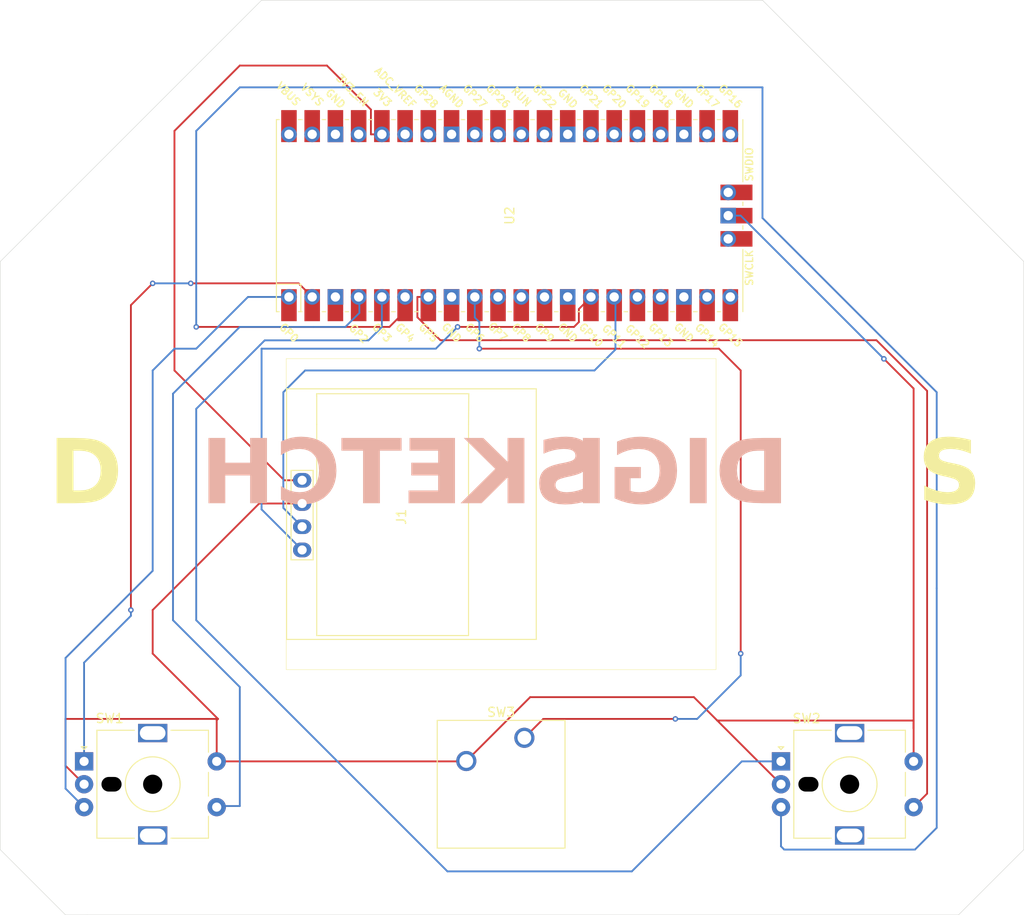
<source format=kicad_pcb>
(kicad_pcb (version 20241229) (generator "pcbnew") (generator_version "9.0")
  (layers (0 "F.Cu" signal) (2 "B.Cu" signal) (13 "F.Paste" user) (15 "B.Paste" user) (5 "F.SilkS" user "F.Silkscreen") (7 "B.SilkS" user "B.Silkscreen") (1 "F.Mask" user) (3 "B.Mask" user) (25 "Edge.Cuts" user))
  (net 0 "")
  (net 1 "Net-(J1-Pin_3)")
  (net 2 "Net-(U2-GPIO1)")
  (net 3 "Net-(U2-GPIO2)")
  (net 4 "Net-(U2-GPIO0)")
  (net 5 "Net-(U2-GPIO3)")
  (net 6 "Net-(U2-GPIO5)")
  (net 7 "Net-(U2-GPIO4)")
  (net 8 "Net-(U2-GPIO6)")
  (net 9 "Net-(J1-Pin_1)")
  (net 10 "Net-(J1-Pin_4)")
  (net 11 "Net-(J1-Pin_2)")
  (footprint "Button_Switch_Keyboard:SW_Cherry_MX_1.00u_PCB" (layer "F.Cu") (at 193.04 104.4575)
    (property "Reference" "SW3" (at -2.54 -2.794 0) (layer "F.SilkS"))
    (property "Value" "SW_Push")
    (fp_line (start -9.525 -1.905) (end 4.445 -1.905) (stroke (width 0.12)) (layer "F.SilkS"))
    (fp_line (start -9.525 12.065) (end -9.525 -1.905) (stroke (width 0.12)) (layer "F.SilkS"))
    (fp_line (start 4.445 -1.905) (end 4.445 12.065) (stroke (width 0.12)) (layer "F.SilkS"))
    (fp_line (start 4.445 12.065) (end -9.525 12.065) (stroke (width 0.12)) (layer "F.SilkS"))
    (pad "" np_thru_hole circle (at -7.62 5.08) (size 1.7 1.7) (drill 1.7) (layers "*.Cu" "*.Mask"))
    (pad "" np_thru_hole circle (at -2.54 5.08) (size 4 4) (drill 4) (layers "*.Cu" "*.Mask"))
    (pad "" np_thru_hole circle (at 2.54 5.08) (size 1.7 1.7) (drill 1.7) (layers "*.Cu" "*.Mask"))
    (pad "1" thru_hole circle (at 0 0) (size 2.2 2.2) (drill 1.5) (layers "*.Cu" "*.Mask") (net 8 "Net-(U2-GPIO6)"))
    (pad "2" thru_hole circle (at -6.35 2.54) (size 2.2 2.2) (drill 1.5) (layers "*.Cu" "*.Mask") (net 1 "Net-(J1-Pin_3)"))
  )
  (footprint "Rotary_Encoder:RotaryEncoder_Alps_EC11E-Switch_Vertical_H20mm_MountingHoles" (layer "F.Cu") (at 144.9 107.0375)
    (property "Reference" "SW1" (at 2.8 -4.7 0) (layer "F.SilkS"))
    (property "Value" "RotaryEncoder_Switch")
    (fp_line (start -0.3 -1.6) (end 0.3 -1.6) (stroke (width 0.12)) (layer "F.SilkS"))
    (fp_line (start 0 -1.3) (end -0.3 -1.6) (stroke (width 0.12)) (layer "F.SilkS"))
    (fp_line (start 0.3 -1.6) (end 0 -1.3) (stroke (width 0.12)) (layer "F.SilkS"))
    (fp_line (start 1.4 -3.4) (end 1.4 8.4) (stroke (width 0.12)) (layer "F.SilkS"))
    (fp_line (start 5.5 -3.4) (end 1.4 -3.4) (stroke (width 0.12)) (layer "F.SilkS"))
    (fp_line (start 5.5 8.4) (end 1.4 8.4) (stroke (width 0.12)) (layer "F.SilkS"))
    (fp_line (start 9.5 -3.4) (end 13.6 -3.4) (stroke (width 0.12)) (layer "F.SilkS"))
    (fp_line (start 13.6 -3.4) (end 13.6 -1) (stroke (width 0.12)) (layer "F.SilkS"))
    (fp_line (start 13.6 1.2) (end 13.6 3.8) (stroke (width 0.12)) (layer "F.SilkS"))
    (fp_line (start 13.6 6) (end 13.6 8.4) (stroke (width 0.12)) (layer "F.SilkS"))
    (fp_line (start 13.6 8.4) (end 9.5 8.4) (stroke (width 0.12)) (layer "F.SilkS"))
    (fp_circle (center 7.5 2.5) (end 10.5 2.5) (stroke (width 0.12)) (fill no) (layer "F.SilkS"))
    (pad "" np_thru_hole oval (at 3 2.5) (size 2.2 1.6) (drill oval 2.2 1.6) (layers "*.Mask"))
    (pad "" np_thru_hole circle (at 7.5 2.5) (size 2.1 2.1) (drill 2.1) (layers "*.Mask"))
    (pad "A" thru_hole rect (at 0 0) (size 2 2) (drill 1) (layers "*.Cu" "*.Mask") (net 2 "Net-(U2-GPIO1)"))
    (pad "B" thru_hole circle (at 0 5) (size 2 2) (drill 1) (layers "*.Cu" "*.Mask") (net 4 "Net-(U2-GPIO0)"))
    (pad "C" thru_hole circle (at 0 2.5) (size 2 2) (drill 1) (layers "*.Cu" "*.Mask") (net 1 "Net-(J1-Pin_3)"))
    (pad "MP" thru_hole rect (at 7.5 -3.1) (size 3.2 2) (drill oval 2.8 1.5) (layers "*.Cu" "*.Mask"))
    (pad "MP" thru_hole rect (at 7.5 8.1) (size 3.2 2) (drill oval 2.8 1.5) (layers "*.Cu" "*.Mask"))
    (pad "S1" thru_hole circle (at 14.5 5) (size 2 2) (drill 1) (layers "*.Cu" "*.Mask") (net 3 "Net-(U2-GPIO2)"))
    (pad "S2" thru_hole circle (at 14.5 0) (size 2 2) (drill 1) (layers "*.Cu" "*.Mask") (net 1 "Net-(J1-Pin_3)"))
  )
  (footprint "MCU_RaspberryPi_and_Boards:RPi_Pico_SMD_TH" (layer "F.Cu") (at 191.43 47.366 90)
    (property "Reference" "U2" (at 0 0 90) (layer "F.SilkS"))
    (property "Value" "Pico")
    (fp_line (start 10.5 -25.5) (end 10.5 -25.2) (stroke (width 0.12)) (layer "F.SilkS"))
    (fp_line (start -10.5 -25.5) (end 10.5 -25.5) (stroke (width 0.12)) (layer "F.SilkS"))
    (fp_line (start -10.5 -25.5) (end -10.5 -25.2) (stroke (width 0.12)) (layer "F.SilkS"))
    (fp_line (start 10.5 -23.1) (end 10.5 -22.7) (stroke (width 0.12)) (layer "F.SilkS"))
    (fp_line (start -10.5 -23.1) (end -10.5 -22.7) (stroke (width 0.12)) (layer "F.SilkS"))
    (fp_line (start -7.493 -22.833) (end -7.493 -25.5) (stroke (width 0.12)) (layer "F.SilkS"))
    (fp_line (start -10.5 -22.833) (end -7.493 -22.833) (stroke (width 0.12)) (layer "F.SilkS"))
    (fp_line (start 10.5 -20.5) (end 10.5 -20.1) (stroke (width 0.12)) (layer "F.SilkS"))
    (fp_line (start -10.5 -20.5) (end -10.5 -20.1) (stroke (width 0.12)) (layer "F.SilkS"))
    (fp_line (start 10.5 -18) (end 10.5 -17.6) (stroke (width 0.12)) (layer "F.SilkS"))
    (fp_line (start -10.5 -18) (end -10.5 -17.6) (stroke (width 0.12)) (layer "F.SilkS"))
    (fp_line (start 10.5 -15.4) (end 10.5 -15) (stroke (width 0.12)) (layer "F.SilkS"))
    (fp_line (start -10.5 -15.4) (end -10.5 -15) (stroke (width 0.12)) (layer "F.SilkS"))
    (fp_line (start 10.5 -12.9) (end 10.5 -12.5) (stroke (width 0.12)) (layer "F.SilkS"))
    (fp_line (start -10.5 -12.9) (end -10.5 -12.5) (stroke (width 0.12)) (layer "F.SilkS"))
    (fp_line (start 10.5 -10.4) (end 10.5 -10) (stroke (width 0.12)) (layer "F.SilkS"))
    (fp_line (start -10.5 -10.4) (end -10.5 -10) (stroke (width 0.12)) (layer "F.SilkS"))
    (fp_line (start 10.5 -7.8) (end 10.5 -7.4) (stroke (width 0.12)) (layer "F.SilkS"))
    (fp_line (start -10.5 -7.8) (end -10.5 -7.4) (stroke (width 0.12)) (layer "F.SilkS"))
    (fp_line (start 10.5 -5.3) (end 10.5 -4.9) (stroke (width 0.12)) (layer "F.SilkS"))
    (fp_line (start -10.5 -5.3) (end -10.5 -4.9) (stroke (width 0.12)) (layer "F.SilkS"))
    (fp_line (start 10.5 -2.7) (end 10.5 -2.3) (stroke (width 0.12)) (layer "F.SilkS"))
    (fp_line (start -10.5 -2.7) (end -10.5 -2.3) (stroke (width 0.12)) (layer "F.SilkS"))
    (fp_line (start 10.5 -0.2) (end 10.5 0.2) (stroke (width 0.12)) (layer "F.SilkS"))
    (fp_line (start -10.5 -0.2) (end -10.5 0.2) (stroke (width 0.12)) (layer "F.SilkS"))
    (fp_line (start 10.5 2.3) (end 10.5 2.7) (stroke (width 0.12)) (layer "F.SilkS"))
    (fp_line (start -10.5 2.3) (end -10.5 2.7) (stroke (width 0.12)) (layer "F.SilkS"))
    (fp_line (start 10.5 4.9) (end 10.5 5.3) (stroke (width 0.12)) (layer "F.SilkS"))
    (fp_line (start -10.5 4.9) (end -10.5 5.3) (stroke (width 0.12)) (layer "F.SilkS"))
    (fp_line (start 10.5 7.4) (end 10.5 7.8) (stroke (width 0.12)) (layer "F.SilkS"))
    (fp_line (start -10.5 7.4) (end -10.5 7.8) (stroke (width 0.12)) (layer "F.SilkS"))
    (fp_line (start 10.5 10) (end 10.5 10.4) (stroke (width 0.12)) (layer "F.SilkS"))
    (fp_line (start -10.5 10) (end -10.5 10.4) (stroke (width 0.12)) (layer "F.SilkS"))
    (fp_line (start 10.5 12.5) (end 10.5 12.9) (stroke (width 0.12)) (layer "F.SilkS"))
    (fp_line (start -10.5 12.5) (end -10.5 12.9) (stroke (width 0.12)) (layer "F.SilkS"))
    (fp_line (start 10.5 15.1) (end 10.5 15.5) (stroke (width 0.12)) (layer "F.SilkS"))
    (fp_line (start -10.5 15.1) (end -10.5 15.5) (stroke (width 0.12)) (layer "F.SilkS"))
    (fp_line (start 10.5 17.6) (end 10.5 18) (stroke (width 0.12)) (layer "F.SilkS"))
    (fp_line (start -10.5 17.6) (end -10.5 18) (stroke (width 0.12)) (layer "F.SilkS"))
    (fp_line (start 10.5 20.1) (end 10.5 20.5) (stroke (width 0.12)) (layer "F.SilkS"))
    (fp_line (start -10.5 20.1) (end -10.5 20.5) (stroke (width 0.12)) (layer "F.SilkS"))
    (fp_line (start 10.5 22.7) (end 10.5 23.1) (stroke (width 0.12)) (layer "F.SilkS"))
    (fp_line (start -10.5 22.7) (end -10.5 23.1) (stroke (width 0.12)) (layer "F.SilkS"))
    (fp_line (start 10.5 25.5) (end 3.7 25.5) (stroke (width 0.12)) (layer "F.SilkS"))
    (fp_line (start 1.1 25.5) (end 1.5 25.5) (stroke (width 0.12)) (layer "F.SilkS"))
    (fp_line (start -1.5 25.5) (end -1.1 25.5) (stroke (width 0.12)) (layer "F.SilkS"))
    (fp_line (start -3.7 25.5) (end -10.5 25.5) (stroke (width 0.12)) (layer "F.SilkS"))
    (fp_text user "GP14" (at -13.1 21.59 135) (layer "F.SilkS") (effects (font (size 0.8 0.8))))
    (fp_text user "3V3" (at 12.9 -13.9 135) (layer "F.SilkS") (effects (font (size 0.8 0.8))))
    (fp_text user "GP0" (at -12.8 -24.13 135) (layer "F.SilkS") (effects (font (size 0.8 0.8))))
    (fp_text user "GP21" (at 13.054 8.9 135) (layer "F.SilkS") (effects (font (size 0.8 0.8))))
    (fp_text user "GP12" (at -13.2 13.97 135) (layer "F.SilkS") (effects (font (size 0.8 0.8))))
    (fp_text user "GP3" (at -12.8 -13.97 135) (layer "F.SilkS") (effects (font (size 0.8 0.8))))
    (fp_text user "VSYS" (at 13.2 -21.59 135) (layer "F.SilkS") (effects (font (size 0.8 0.8))))
    (fp_text user "ADC_VREF" (at 14 -12.5 135) (layer "F.SilkS") (effects (font (size 0.8 0.8))))
    (fp_text user "GP2" (at -12.9 -16.51 135) (layer "F.SilkS") (effects (font (size 0.8 0.8))))
    (fp_text user "GND" (at 12.8 -19.05 135) (layer "F.SilkS") (effects (font (size 0.8 0.8))))
    (fp_text user "SWDIO" (at 5.6 26.2 90) (layer "F.SilkS") (effects (font (size 0.8 0.8))))
    (fp_text user "GP22" (at 13.054 3.81 135) (layer "F.SilkS") (effects (font (size 0.8 0.8))))
    (fp_text user "GP26" (at 13.054 -1.27 135) (layer "F.SilkS") (effects (font (size 0.8 0.8))))
    (fp_text user "AGND" (at 13.054 -6.35 135) (layer "F.SilkS") (effects (font (size 0.8 0.8))))
    (fp_text user "GP6" (at -12.8 -3.81 135) (layer "F.SilkS") (effects (font (size 0.8 0.8))))
    (fp_text user "GP9" (at -12.8 3.81 135) (layer "F.SilkS") (effects (font (size 0.8 0.8))))
    (fp_text user "GP10" (at -13.054 8.89 135) (layer "F.SilkS") (effects (font (size 0.8 0.8))))
    (fp_text user "GP18" (at 13.054 16.51 135) (layer "F.SilkS") (effects (font (size 0.8 0.8))))
    (fp_text user "GP27" (at 13.054 -3.8 135) (layer "F.SilkS") (effects (font (size 0.8 0.8))))
    (fp_text user "GP11" (at -13.2 11.43 135) (layer "F.SilkS") (effects (font (size 0.8 0.8))))
    (fp_text user "GND" (at 12.8 19.05 135) (layer "F.SilkS") (effects (font (size 0.8 0.8))))
    (fp_text user "GND" (at 12.8 6.35 135) (layer "F.SilkS") (effects (font (size 0.8 0.8))))
    (fp_text user "GP13" (at -13.054 16.51 135) (layer "F.SilkS") (effects (font (size 0.8 0.8))))
    (fp_text user "SWCLK" (at -5.7 26.2 90) (layer "F.SilkS") (effects (font (size 0.8 0.8))))
    (fp_text user "3V3_EN" (at 13.7 -17.2 135) (layer "F.SilkS") (effects (font (size 0.8 0.8))))
    (fp_text user "GND" (at -12.8 -6.35 135) (layer "F.SilkS") (effects (font (size 0.8 0.8))))
    (fp_text user "GP15" (at -13.054 24.13 135) (layer "F.SilkS") (effects (font (size 0.8 0.8))))
    (fp_text user "GP19" (at 13.054 13.97 135) (layer "F.SilkS") (effects (font (size 0.8 0.8))))
    (fp_text user "VBUS" (at 13.3 -24.2 135) (layer "F.SilkS") (effects (font (size 0.8 0.8))))
    (fp_text user "GP8" (at -12.8 1.27 135) (layer "F.SilkS") (effects (font (size 0.8 0.8))))
    (fp_text user "GP20" (at 13.054 11.43 135) (layer "F.SilkS") (effects (font (size 0.8 0.8))))
    (fp_text user "GP16" (at 13.054 24.13 135) (layer "F.SilkS") (effects (font (size 0.8 0.8))))
    (fp_text user "RUN" (at 13 1.27 135) (layer "F.SilkS") (effects (font (size 0.8 0.8))))
    (fp_text user "GP17" (at 13.054 21.59 135) (layer "F.SilkS") (effects (font (size 0.8 0.8))))
    (fp_text user "GP28" (at 13.054 -9.144 135) (layer "F.SilkS") (effects (font (size 0.8 0.8))))
    (fp_text user "GND" (at -12.8 6.35 135) (layer "F.SilkS") (effects (font (size 0.8 0.8))))
    (fp_text user "GND" (at -12.8 19.05 135) (layer "F.SilkS") (effects (font (size 0.8 0.8))))
    (fp_text user "GP4" (at -12.8 -11.43 135) (layer "F.SilkS") (effects (font (size 0.8 0.8))))
    (fp_text user "GP7" (at -12.7 -1.3 135) (layer "F.SilkS") (effects (font (size 0.8 0.8))))
    (fp_text user "GP5" (at -12.8 -8.89 135) (layer "F.SilkS") (effects (font (size 0.8 0.8))))
    (pad "" np_thru_hole oval (at -2.725 -24 90) (size 1.8 1.8) (drill 1.8) (layers "*.Cu" "*.Mask"))
    (pad "" np_thru_hole oval (at -2.425 -20.97 90) (size 1.5 1.5) (drill 1.5) (layers "*.Cu" "*.Mask"))
    (pad "" np_thru_hole oval (at 2.425 -20.97 90) (size 1.5 1.5) (drill 1.5) (layers "*.Cu" "*.Mask"))
    (pad "" np_thru_hole oval (at 2.725 -24 90) (size 1.8 1.8) (drill 1.8) (layers "*.Cu" "*.Mask"))
    (pad "1" thru_hole oval (at -8.89 -24.13 90) (size 1.7 1.7) (drill 1.02) (layers "*.Cu" "*.Mask") (net 4 "Net-(U2-GPIO0)"))
    (pad "1" smd rect (at -8.89 -24.13 90) (size 3.5 1.7) (drill (offset -0.9 0)) (layers "F.Cu" "F.Mask") (net 4 "Net-(U2-GPIO0)"))
    (pad "2" thru_hole oval (at -8.89 -21.59 90) (size 1.7 1.7) (drill 1.02) (layers "*.Cu" "*.Mask") (net 2 "Net-(U2-GPIO1)"))
    (pad "2" smd rect (at -8.89 -21.59 90) (size 3.5 1.7) (drill (offset -0.9 0)) (layers "F.Cu" "F.Mask") (net 2 "Net-(U2-GPIO1)"))
    (pad "3" thru_hole rect (at -8.89 -19.05 90) (size 1.7 1.7) (drill 1.02) (layers "*.Cu" "*.Mask"))
    (pad "3" smd rect (at -8.89 -19.05 90) (size 3.5 1.7) (drill (offset -0.9 0)) (layers "F.Cu" "F.Mask"))
    (pad "4" thru_hole oval (at -8.89 -16.51 90) (size 1.7 1.7) (drill 1.02) (layers "*.Cu" "*.Mask") (net 3 "Net-(U2-GPIO2)"))
    (pad "4" smd rect (at -8.89 -16.51 90) (size 3.5 1.7) (drill (offset -0.9 0)) (layers "F.Cu" "F.Mask") (net 3 "Net-(U2-GPIO2)"))
    (pad "5" thru_hole oval (at -8.89 -13.97 90) (size 1.7 1.7) (drill 1.02) (layers "*.Cu" "*.Mask") (net 5 "Net-(U2-GPIO3)"))
    (pad "5" smd rect (at -8.89 -13.97 90) (size 3.5 1.7) (drill (offset -0.9 0)) (layers "F.Cu" "F.Mask") (net 5 "Net-(U2-GPIO3)"))
    (pad "6" thru_hole oval (at -8.89 -11.43 90) (size 1.7 1.7) (drill 1.02) (layers "*.Cu" "*.Mask") (net 7 "Net-(U2-GPIO4)"))
    (pad "6" smd rect (at -8.89 -11.43 90) (size 3.5 1.7) (drill (offset -0.9 0)) (layers "F.Cu" "F.Mask") (net 7 "Net-(U2-GPIO4)"))
    (pad "7" thru_hole oval (at -8.89 -8.89 90) (size 1.7 1.7) (drill 1.02) (layers "*.Cu" "*.Mask") (net 6 "Net-(U2-GPIO5)"))
    (pad "7" smd rect (at -8.89 -8.89 90) (size 3.5 1.7) (drill (offset -0.9 0)) (layers "F.Cu" "F.Mask") (net 6 "Net-(U2-GPIO5)"))
    (pad "8" thru_hole rect (at -8.89 -6.35 90) (size 1.7 1.7) (drill 1.02) (layers "*.Cu" "*.Mask"))
    (pad "8" smd rect (at -8.89 -6.35 90) (size 3.5 1.7) (drill (offset -0.9 0)) (layers "F.Cu" "F.Mask"))
    (pad "9" thru_hole oval (at -8.89 -3.81 90) (size 1.7 1.7) (drill 1.02) (layers "*.Cu" "*.Mask") (net 8 "Net-(U2-GPIO6)"))
    (pad "9" smd rect (at -8.89 -3.81 90) (size 3.5 1.7) (drill (offset -0.9 0)) (layers "F.Cu" "F.Mask") (net 8 "Net-(U2-GPIO6)"))
    (pad "10" thru_hole oval (at -8.89 -1.27 90) (size 1.7 1.7) (drill 1.02) (layers "*.Cu" "*.Mask"))
    (pad "10" smd rect (at -8.89 -1.27 90) (size 3.5 1.7) (drill (offset -0.9 0)) (layers "F.Cu" "F.Mask"))
    (pad "11" thru_hole oval (at -8.89 1.27 90) (size 1.7 1.7) (drill 1.02) (layers "*.Cu" "*.Mask"))
    (pad "11" smd rect (at -8.89 1.27 90) (size 3.5 1.7) (drill (offset -0.9 0)) (layers "F.Cu" "F.Mask"))
    (pad "12" thru_hole oval (at -8.89 3.81 90) (size 1.7 1.7) (drill 1.02) (layers "*.Cu" "*.Mask"))
    (pad "12" smd rect (at -8.89 3.81 90) (size 3.5 1.7) (drill (offset -0.9 0)) (layers "F.Cu" "F.Mask"))
    (pad "13" thru_hole rect (at -8.89 6.35 90) (size 1.7 1.7) (drill 1.02) (layers "*.Cu" "*.Mask"))
    (pad "13" smd rect (at -8.89 6.35 90) (size 3.5 1.7) (drill (offset -0.9 0)) (layers "F.Cu" "F.Mask"))
    (pad "14" thru_hole oval (at -8.89 8.89 90) (size 1.7 1.7) (drill 1.02) (layers "*.Cu" "*.Mask") (net 9 "Net-(J1-Pin_1)"))
    (pad "14" smd rect (at -8.89 8.89 90) (size 3.5 1.7) (drill (offset -0.9 0)) (layers "F.Cu" "F.Mask") (net 9 "Net-(J1-Pin_1)"))
    (pad "15" thru_hole oval (at -8.89 11.43 90) (size 1.7 1.7) (drill 1.02) (layers "*.Cu" "*.Mask") (net 11 "Net-(J1-Pin_2)"))
    (pad "15" smd rect (at -8.89 11.43 90) (size 3.5 1.7) (drill (offset -0.9 0)) (layers "F.Cu" "F.Mask") (net 11 "Net-(J1-Pin_2)"))
    (pad "16" thru_hole oval (at -8.89 13.97 90) (size 1.7 1.7) (drill 1.02) (layers "*.Cu" "*.Mask"))
    (pad "16" smd rect (at -8.89 13.97 90) (size 3.5 1.7) (drill (offset -0.9 0)) (layers "F.Cu" "F.Mask"))
    (pad "17" thru_hole oval (at -8.89 16.51 90) (size 1.7 1.7) (drill 1.02) (layers "*.Cu" "*.Mask"))
    (pad "17" smd rect (at -8.89 16.51 90) (size 3.5 1.7) (drill (offset -0.9 0)) (layers "F.Cu" "F.Mask"))
    (pad "18" thru_hole rect (at -8.89 19.05 90) (size 1.7 1.7) (drill 1.02) (layers "*.Cu" "*.Mask"))
    (pad "18" smd rect (at -8.89 19.05 90) (size 3.5 1.7) (drill (offset -0.9 0)) (layers "F.Cu" "F.Mask"))
    (pad "19" thru_hole oval (at -8.89 21.59 90) (size 1.7 1.7) (drill 1.02) (layers "*.Cu" "*.Mask"))
    (pad "19" smd rect (at -8.89 21.59 90) (size 3.5 1.7) (drill (offset -0.9 0)) (layers "F.Cu" "F.Mask"))
    (pad "20" thru_hole oval (at -8.89 24.13 90) (size 1.7 1.7) (drill 1.02) (layers "*.Cu" "*.Mask"))
    (pad "20" smd rect (at -8.89 24.13 90) (size 3.5 1.7) (drill (offset -0.9 0)) (layers "F.Cu" "F.Mask"))
    (pad "21" thru_hole oval (at 8.89 24.13 90) (size 1.7 1.7) (drill 1.02) (layers "*.Cu" "*.Mask"))
    (pad "21" smd rect (at 8.89 24.13 90) (size 3.5 1.7) (drill (offset 0.9 0)) (layers "F.Cu" "F.Mask"))
    (pad "22" thru_hole oval (at 8.89 21.59 90) (size 1.7 1.7) (drill 1.02) (layers "*.Cu" "*.Mask"))
    (pad "22" smd rect (at 8.89 21.59 90) (size 3.5 1.7) (drill (offset 0.9 0)) (layers "F.Cu" "F.Mask"))
    (pad "23" thru_hole rect (at 8.89 19.05 90) (size 1.7 1.7) (drill 1.02) (layers "*.Cu" "*.Mask"))
    (pad "23" smd rect (at 8.89 19.05 90) (size 3.5 1.7) (drill (offset 0.9 0)) (layers "F.Cu" "F.Mask"))
    (pad "24" thru_hole oval (at 8.89 16.51 90) (size 1.7 1.7) (drill 1.02) (layers "*.Cu" "*.Mask"))
    (pad "24" smd rect (at 8.89 16.51 90) (size 3.5 1.7) (drill (offset 0.9 0)) (layers "F.Cu" "F.Mask"))
    (pad "25" thru_hole oval (at 8.89 13.97 90) (size 1.7 1.7) (drill 1.02) (layers "*.Cu" "*.Mask"))
    (pad "25" smd rect (at 8.89 13.97 90) (size 3.5 1.7) (drill (offset 0.9 0)) (layers "F.Cu" "F.Mask"))
    (pad "26" thru_hole oval (at 8.89 11.43 90) (size 1.7 1.7) (drill 1.02) (layers "*.Cu" "*.Mask"))
    (pad "26" smd rect (at 8.89 11.43 90) (size 3.5 1.7) (drill (offset 0.9 0)) (layers "F.Cu" "F.Mask"))
    (pad "27" thru_hole oval (at 8.89 8.89 90) (size 1.7 1.7) (drill 1.02) (layers "*.Cu" "*.Mask"))
    (pad "27" smd rect (at 8.89 8.89 90) (size 3.5 1.7) (drill (offset 0.9 0)) (layers "F.Cu" "F.Mask"))
    (pad "28" thru_hole rect (at 8.89 6.35 90) (size 1.7 1.7) (drill 1.02) (layers "*.Cu" "*.Mask"))
    (pad "28" smd rect (at 8.89 6.35 90) (size 3.5 1.7) (drill (offset 0.9 0)) (layers "F.Cu" "F.Mask"))
    (pad "29" thru_hole oval (at 8.89 3.81 90) (size 1.7 1.7) (drill 1.02) (layers "*.Cu" "*.Mask"))
    (pad "29" smd rect (at 8.89 3.81 90) (size 3.5 1.7) (drill (offset 0.9 0)) (layers "F.Cu" "F.Mask"))
    (pad "30" thru_hole oval (at 8.89 1.27 90) (size 1.7 1.7) (drill 1.02) (layers "*.Cu" "*.Mask"))
    (pad "30" smd rect (at 8.89 1.27 90) (size 3.5 1.7) (drill (offset 0.9 0)) (layers "F.Cu" "F.Mask"))
    (pad "31" thru_hole oval (at 8.89 -1.27 90) (size 1.7 1.7) (drill 1.02) (layers "*.Cu" "*.Mask"))
    (pad "31" smd rect (at 8.89 -1.27 90) (size 3.5 1.7) (drill (offset 0.9 0)) (layers "F.Cu" "F.Mask"))
    (pad "32" thru_hole oval (at 8.89 -3.81 90) (size 1.7 1.7) (drill 1.02) (layers "*.Cu" "*.Mask"))
    (pad "32" smd rect (at 8.89 -3.81 90) (size 3.5 1.7) (drill (offset 0.9 0)) (layers "F.Cu" "F.Mask"))
    (pad "33" thru_hole rect (at 8.89 -6.35 90) (size 1.7 1.7) (drill 1.02) (layers "*.Cu" "*.Mask"))
    (pad "33" smd rect (at 8.89 -6.35 90) (size 3.5 1.7) (drill (offset 0.9 0)) (layers "F.Cu" "F.Mask"))
    (pad "34" thru_hole oval (at 8.89 -8.89 90) (size 1.7 1.7) (drill 1.02) (layers "*.Cu" "*.Mask"))
    (pad "34" smd rect (at 8.89 -8.89 90) (size 3.5 1.7) (drill (offset 0.9 0)) (layers "F.Cu" "F.Mask"))
    (pad "35" thru_hole oval (at 8.89 -11.43 90) (size 1.7 1.7) (drill 1.02) (layers "*.Cu" "*.Mask"))
    (pad "35" smd rect (at 8.89 -11.43 90) (size 3.5 1.7) (drill (offset 0.9 0)) (layers "F.Cu" "F.Mask"))
    (pad "36" thru_hole oval (at 8.89 -13.97 90) (size 1.7 1.7) (drill 1.02) (layers "*.Cu" "*.Mask") (net 10 "Net-(J1-Pin_4)"))
    (pad "36" smd rect (at 8.89 -13.97 90) (size 3.5 1.7) (drill (offset 0.9 0)) (layers "F.Cu" "F.Mask") (net 10 "Net-(J1-Pin_4)"))
    (pad "37" thru_hole oval (at 8.89 -16.51 90) (size 1.7 1.7) (drill 1.02) (layers "*.Cu" "*.Mask"))
    (pad "37" smd rect (at 8.89 -16.51 90) (size 3.5 1.7) (drill (offset 0.9 0)) (layers "F.Cu" "F.Mask"))
    (pad "38" thru_hole rect (at 8.89 -19.05 90) (size 1.7 1.7) (drill 1.02) (layers "*.Cu" "*.Mask"))
    (pad "38" smd rect (at 8.89 -19.05 90) (size 3.5 1.7) (drill (offset 0.9 0)) (layers "F.Cu" "F.Mask"))
    (pad "39" thru_hole oval (at 8.89 -21.59 90) (size 1.7 1.7) (drill 1.02) (layers "*.Cu" "*.Mask"))
    (pad "39" smd rect (at 8.89 -21.59 90) (size 3.5 1.7) (drill (offset 0.9 0)) (layers "F.Cu" "F.Mask"))
    (pad "40" thru_hole oval (at 8.89 -24.13 90) (size 1.7 1.7) (drill 1.02) (layers "*.Cu" "*.Mask"))
    (pad "40" smd rect (at 8.89 -24.13 90) (size 3.5 1.7) (drill (offset 0.9 0)) (layers "F.Cu" "F.Mask"))
    (pad "41" thru_hole oval (at -2.54 23.9 90) (size 1.7 1.7) (drill 1.02) (layers "*.Cu" "*.Mask"))
    (pad "41" smd rect (at -2.54 23.9 180) (size 3.5 1.7) (drill (offset -0.9 0)) (layers "F.Cu" "F.Mask"))
    (pad "42" thru_hole rect (at 0 23.9 90) (size 1.7 1.7) (drill 1.02) (layers "*.Cu" "*.Mask") (net 1 "Net-(J1-Pin_3)"))
    (pad "42" smd rect (at 0 23.9 180) (size 3.5 1.7) (drill (offset -0.9 0)) (layers "F.Cu" "F.Mask") (net 1 "Net-(J1-Pin_3)"))
    (pad "43" thru_hole oval (at 2.54 23.9 90) (size 1.7 1.7) (drill 1.02) (layers "*.Cu" "*.Mask"))
    (pad "43" smd rect (at 2.54 23.9 180) (size 3.5 1.7) (drill (offset -0.9 0)) (layers "F.Cu" "F.Mask"))
  )
  (footprint "Rotary_Encoder:RotaryEncoder_Alps_EC11E-Switch_Vertical_H20mm_MountingHoles" (layer "F.Cu") (at 221.1 107.0375)
    (property "Reference" "SW2" (at 2.8 -4.7 0) (layer "F.SilkS"))
    (property "Value" "RotaryEncoder_Switch")
    (fp_line (start -0.3 -1.6) (end 0.3 -1.6) (stroke (width 0.12)) (layer "F.SilkS"))
    (fp_line (start 0 -1.3) (end -0.3 -1.6) (stroke (width 0.12)) (layer "F.SilkS"))
    (fp_line (start 0.3 -1.6) (end 0 -1.3) (stroke (width 0.12)) (layer "F.SilkS"))
    (fp_line (start 1.4 -3.4) (end 1.4 8.4) (stroke (width 0.12)) (layer "F.SilkS"))
    (fp_line (start 5.5 -3.4) (end 1.4 -3.4) (stroke (width 0.12)) (layer "F.SilkS"))
    (fp_line (start 5.5 8.4) (end 1.4 8.4) (stroke (width 0.12)) (layer "F.SilkS"))
    (fp_line (start 9.5 -3.4) (end 13.6 -3.4) (stroke (width 0.12)) (layer "F.SilkS"))
    (fp_line (start 13.6 -3.4) (end 13.6 -1) (stroke (width 0.12)) (layer "F.SilkS"))
    (fp_line (start 13.6 1.2) (end 13.6 3.8) (stroke (width 0.12)) (layer "F.SilkS"))
    (fp_line (start 13.6 6) (end 13.6 8.4) (stroke (width 0.12)) (layer "F.SilkS"))
    (fp_line (start 13.6 8.4) (end 9.5 8.4) (stroke (width 0.12)) (layer "F.SilkS"))
    (fp_circle (center 7.5 2.5) (end 10.5 2.5) (stroke (width 0.12)) (fill no) (layer "F.SilkS"))
    (pad "" np_thru_hole oval (at 3 2.5) (size 2.2 1.6) (drill oval 2.2 1.6) (layers "*.Mask"))
    (pad "" np_thru_hole circle (at 7.5 2.5) (size 2.1 2.1) (drill 2.1) (layers "*.Mask"))
    (pad "A" thru_hole rect (at 0 0) (size 2 2) (drill 1) (layers "*.Cu" "*.Mask") (net 5 "Net-(U2-GPIO3)"))
    (pad "B" thru_hole circle (at 0 5) (size 2 2) (drill 1) (layers "*.Cu" "*.Mask") (net 7 "Net-(U2-GPIO4)"))
    (pad "C" thru_hole circle (at 0 2.5) (size 2 2) (drill 1) (layers "*.Cu" "*.Mask") (net 1 "Net-(J1-Pin_3)"))
    (pad "MP" thru_hole rect (at 7.5 -3.1) (size 3.2 2) (drill oval 2.8 1.5) (layers "*.Cu" "*.Mask"))
    (pad "MP" thru_hole rect (at 7.5 8.1) (size 3.2 2) (drill oval 2.8 1.5) (layers "*.Cu" "*.Mask"))
    (pad "S1" thru_hole circle (at 14.5 5) (size 2 2) (drill 1) (layers "*.Cu" "*.Mask") (net 6 "Net-(U2-GPIO5)"))
    (pad "S2" thru_hole circle (at 14.5 0) (size 2 2) (drill 1) (layers "*.Cu" "*.Mask") (net 1 "Net-(J1-Pin_3)"))
  )
  (footprint "SSD1306:128x64OLED" (layer "F.Cu") (at 179.341 80.3 90)
    (property "Reference" "J1" (at 0 0.254 90) (layer "F.SilkS"))
    (property "Value" "Conn_01x04_Pin")
    (fp_line (start 14 -12.3) (end 14 15) (stroke (width 0.12)) (layer "F.SilkS"))
    (fp_line (start -13.4 -12.3) (end 14 -12.3) (stroke (width 0.12)) (layer "F.SilkS"))
    (fp_line (start 5.08 -11.811) (end 5.08 -9.398) (stroke (width 0.12)) (layer "F.SilkS"))
    (fp_line (start -4.699 -11.811) (end 5.08 -11.811) (stroke (width 0.12)) (layer "F.SilkS"))
    (fp_line (start -4.699 -11.811) (end -4.699 -9.398) (stroke (width 0.12)) (layer "F.SilkS"))
    (fp_line (start 5.08 -9.398) (end -4.699 -9.398) (stroke (width 0.12)) (layer "F.SilkS"))
    (fp_line (start 13.462 -9.017) (end 13.208 -9.005) (stroke (width 0.12)) (layer "F.SilkS"))
    (fp_line (start 10.122 -9.005) (end 13.208 -9.005) (stroke (width 0.12)) (layer "F.SilkS"))
    (fp_line (start -12.978 -9.005) (end 10.122 -9.005) (stroke (width 0.12)) (layer "F.SilkS"))
    (fp_line (start 10.122 7.595) (end -12.978 7.595) (stroke (width 0.12)) (layer "F.SilkS"))
    (fp_line (start 10.122 7.595) (end 13.462 7.62) (stroke (width 0.12)) (layer "F.SilkS"))
    (fp_line (start -12.978 7.595) (end -12.978 -9.005) (stroke (width 0.12)) (layer "F.SilkS"))
    (fp_line (start 13.462 7.62) (end 13.462 -9.017) (stroke (width 0.12)) (layer "F.SilkS"))
    (fp_line (start 14 15) (end -13.4 15) (stroke (width 0.12)) (layer "F.SilkS"))
    (fp_line (start -13.4 15) (end -13.4 -12.3) (stroke (width 0.12)) (layer "F.SilkS"))
    (pad "1" thru_hole oval (at -3.62 -10.6 180) (size 2 1.6) (drill 1) (layers "*.Cu" "*.Mask") (net 9 "Net-(J1-Pin_1)"))
    (pad "2" thru_hole oval (at -1.08 -10.6 180) (size 2 1.6) (drill 1) (layers "*.Cu" "*.Mask") (net 11 "Net-(J1-Pin_2)"))
    (pad "3" thru_hole oval (at 1.46 -10.6 180) (size 2 1.6) (drill 1) (layers "*.Cu" "*.Mask") (net 1 "Net-(J1-Pin_3)"))
    (pad "4" thru_hole oval (at 4 -10.6 180) (size 2 1.6) (drill 1) (layers "*.Cu" "*.Mask") (net 10 "Net-(J1-Pin_4)"))
  )
  (gr_rect (start 167 63) (end 214 97) (stroke (width 0.05)) (fill no) (layer "F.SilkS"))
  (gr_line (start 247.65 116.68125) (end 240.50625 123.825) (stroke (width 0.05)) (layer "Edge.Cuts"))
  (gr_line (start 219.075 23.8125) (end 164.30625 23.8125) (stroke (width 0.05)) (layer "Edge.Cuts"))
  (gr_line (start 135.73125 52.3875) (end 164.30625 23.8125) (stroke (width 0.05)) (layer "Edge.Cuts"))
  (gr_line (start 247.65 52.3875) (end 247.65 116.68125) (stroke (width 0.05)) (layer "Edge.Cuts"))
  (gr_line (start 240.50625 123.825) (end 145.25625 123.825) (stroke (width 0.05)) (layer "Edge.Cuts"))
  (gr_line (start 142.875 123.825) (end 135.73125 116.68125) (stroke (width 0.05)) (layer "Edge.Cuts"))
  (gr_line (start 145.25625 123.825) (end 142.875 123.825) (stroke (width 0.05)) (layer "Edge.Cuts"))
  (gr_line (start 219.075 23.8125) (end 247.65 52.3875) (stroke (width 0.05)) (layer "Edge.Cuts"))
  (gr_line (start 135.73125 116.68125) (end 135.73125 52.3875) (stroke (width 0.05)) (layer "Edge.Cuts"))
  (gr_text "D" (at 141 80 0) (layer "F.SilkS") (effects (font (size 7 7) (thickness 0.1)) (justify left bottom)))
  (gr_text "S" (at 236 80 0) (layer "F.SilkS") (effects (font (size 7 7) (thickness 0.1)) (justify left bottom)))
  (gr_text "SKETCH" (at 201 80 0) (layer "B.SilkS") (effects (font (size 7 7) (thickness 0.1)) (justify left bottom mirror)))
  (gr_text "DIGI" (at 222 80 0) (layer "B.SilkS") (effects (font (size 7 7) (thickness 0.1)) (justify left bottom mirror)))
  (segment (start 159.54375 102.39375) (end 152.4 95.25) (width 0.2) (layer "F.Cu") (net 1))
  (segment (start 193.675 100.0125) (end 211.575 100.0125) (width 0.2) (layer "F.Cu") (net 1))
  (segment (start 235.6 103.408) (end 235.6 102.5375) (width 0.2) (layer "F.Cu") (net 1))
  (segment (start 235.6 102.5375) (end 235.565625 102.571875) (width 0.2) (layer "F.Cu") (net 1))
  (segment (start 152.4 90.4875) (end 164.0475 78.84) (width 0.2) (layer "F.Cu") (net 1))
  (segment (start 159.54375 102.39375) (end 142.875 102.39375) (width 0.2) (layer "F.Cu") (net 1))
  (segment (start 185.85625 107.0375) (end 159.4 107.0375) (width 0.2) (layer "F.Cu") (net 1))
  (segment (start 235.6 66.273) (end 232.352 63.025) (width 0.2) (layer "F.Cu") (net 1))
  (segment (start 142.875 102.39375) (end 142.875 107.5125) (width 0.2) (layer "F.Cu") (net 1))
  (segment (start 185.89625 106.9975) (end 185.85625 107.0375) (width 0.2) (layer "F.Cu") (net 1))
  (segment (start 159.4 107.0375) (end 159.4 102.5375) (width 0.2) (layer "F.Cu") (net 1))
  (segment (start 186.69 106.9975) (end 193.675 100.0125) (width 0.2) (layer "F.Cu") (net 1))
  (segment (start 159.4 102.5375) (end 159.54375 102.39375) (width 0.2) (layer "F.Cu") (net 1))
  (segment (start 235.6 107.0375) (end 235.6 103.408) (width 0.2) (layer "F.Cu") (net 1))
  (segment (start 142.875 107.5125) (end 144.9 109.5375) (width 0.2) (layer "F.Cu") (net 1))
  (segment (start 235.6 103.408) (end 235.6 66.273) (width 0.2) (layer "F.Cu") (net 1))
  (segment (start 214.134375 102.571875) (end 221.1 109.5375) (width 0.2) (layer "F.Cu") (net 1))
  (segment (start 152.4 95.25) (end 152.4 90.4875) (width 0.2) (layer "F.Cu") (net 1))
  (segment (start 186.69 106.9975) (end 185.89625 106.9975) (width 0.2) (layer "F.Cu") (net 1))
  (segment (start 211.575 100.0125) (end 214.134375 102.571875) (width 0.2) (layer "F.Cu") (net 1))
  (segment (start 235.565625 102.571875) (end 214.134375 102.571875) (width 0.2) (layer "F.Cu") (net 1))
  (segment (start 164.0475 78.84) (end 168.741 78.84) (width 0.2) (layer "F.Cu") (net 1))
  (via (at 232.352 63.025) (size 0.6) (drill 0.3) (layers "F.Cu" "B.Cu") (net 1))
  (segment (start 232.352 63.025) (end 216.693 47.366) (width 0.2) (layer "B.Cu") (net 1))
  (segment (start 216.693 47.366) (end 215.33 47.366) (width 0.2) (layer "B.Cu") (net 1))
  (segment (start 168.35275 54.76875) (end 169.84 56.256) (width 0.2) (layer "F.Cu") (net 2))
  (segment (start 150.01875 90.4875) (end 150.01875 57.15) (width 0.2) (layer "F.Cu") (net 2))
  (segment (start 150.01875 57.15) (end 152.4 54.76875) (width 0.2) (layer "F.Cu") (net 2))
  (segment (start 156.5625 54.76875) (end 168.35275 54.76875) (width 0.2) (layer "F.Cu") (net 2))
  (via (at 152.4 54.76875) (size 0.6) (drill 0.3) (layers "F.Cu" "B.Cu") (net 2))
  (via (at 150.01875 90.4875) (size 0.6) (drill 0.3) (layers "F.Cu" "B.Cu") (net 2))
  (via (at 156.5625 54.76875) (size 0.6) (drill 0.3) (layers "F.Cu" "B.Cu") (net 2))
  (segment (start 144.9 96.24125) (end 144.9 107.0375) (width 0.2) (layer "B.Cu") (net 2))
  (segment (start 152.4 54.76875) (end 156.5625 54.76875) (width 0.2) (layer "B.Cu") (net 2))
  (segment (start 150.01875 91.1225) (end 150.01875 90.4875) (width 0.2) (layer "B.Cu") (net 2))
  (segment (start 149.5425 91.59875) (end 150.01875 91.1225) (width 0.2) (layer "B.Cu") (net 2))
  (segment (start 149.5425 91.59875) (end 144.9 96.24125) (width 0.2) (layer "B.Cu") (net 2))
  (segment (start 161.925 59.53125) (end 154.6225 66.83375) (width 0.2) (layer "B.Cu") (net 3))
  (segment (start 161.925 98.90125) (end 161.925 111.91875) (width 0.2) (layer "B.Cu") (net 3))
  (segment (start 159.51875 111.91875) (end 159.4 112.0375) (width 0.2) (layer "B.Cu") (net 3))
  (segment (start 170 59.53125) (end 161.925 59.53125) (width 0.2) (layer "B.Cu") (net 3))
  (segment (start 154.6225 66.83375) (end 154.6225 91.59875) (width 0.2) (layer "B.Cu") (net 3))
  (segment (start 175 56.336) (end 175 58) (width 0.2) (layer "B.Cu") (net 3))
  (segment (start 154.6225 91.59875) (end 161.925 98.90125) (width 0.2) (layer "B.Cu") (net 3))
  (segment (start 175 58) (end 173.46875 59.53125) (width 0.2) (layer "B.Cu") (net 3))
  (segment (start 173.46875 59.53125) (end 170 59.53125) (width 0.2) (layer "B.Cu") (net 3))
  (segment (start 161.925 111.91875) (end 159.51875 111.91875) (width 0.2) (layer "B.Cu") (net 3))
  (segment (start 174.92 56.256) (end 175 56.336) (width 0.2) (layer "B.Cu") (net 3))
  (segment (start 152.4 64.29375) (end 154.78125 61.9125) (width 0.2) (layer "B.Cu") (net 4))
  (segment (start 152.4 86.20125) (end 152.4 64.29375) (width 0.2) (layer "B.Cu") (net 4))
  (segment (start 154.78125 61.9125) (end 157.1625 61.9125) (width 0.2) (layer "B.Cu") (net 4))
  (segment (start 162.819 56.256) (end 167.3 56.256) (width 0.2) (layer "B.Cu") (net 4))
  (segment (start 157.1625 61.9125) (end 162.819 56.256) (width 0.2) (layer "B.Cu") (net 4))
  (segment (start 142.875 110.0125) (end 142.875 95.72625) (width 0.2) (layer "B.Cu") (net 4))
  (segment (start 144.9 112.0375) (end 142.875 110.0125) (width 0.2) (layer "B.Cu") (net 4))
  (segment (start 142.875 95.72625) (end 152.4 86.20125) (width 0.2) (layer "B.Cu") (net 4))
  (segment (start 184.62625 119.0625) (end 204.7875 119.0625) (width 0.2) (layer "B.Cu") (net 5))
  (segment (start 204.7875 119.0625) (end 216.8125 107.0375) (width 0.2) (layer "B.Cu") (net 5))
  (segment (start 176 61) (end 177.46 59.54) (width 0.2) (layer "B.Cu") (net 5))
  (segment (start 164.65165 61) (end 176 61) (width 0.2) (layer "B.Cu") (net 5))
  (segment (start 164.14015 61.5115) (end 157.1625 68.48915) (width 0.2) (layer "B.Cu") (net 5))
  (segment (start 157.1625 68.48915) (end 157.1625 91.59875) (width 0.2) (layer "B.Cu") (net 5))
  (segment (start 164.14015 61.5115) (end 164.65165 61) (width 0.2) (layer "B.Cu") (net 5))
  (segment (start 177.46 59.54) (end 177.46 56.256) (width 0.2) (layer "B.Cu") (net 5))
  (segment (start 216.8125 107.0375) (end 221.1 107.0375) (width 0.2) (layer "B.Cu") (net 5))
  (segment (start 157.1625 91.59875) (end 184.62625 119.0625) (width 0.2) (layer "B.Cu") (net 5))
  (segment (start 181.342 58.472) (end 181.342 56.256) (width 0.2) (layer "F.Cu") (net 6))
  (segment (start 235.6 112.0375) (end 237.076 110.5615) (width 0.2) (layer "F.Cu") (net 6))
  (segment (start 237.076 110.5615) (end 237.076 66.529) (width 0.2) (layer "F.Cu") (net 6))
  (segment (start 237.076 66.529) (end 231.534 60.987) (width 0.2) (layer "F.Cu") (net 6))
  (segment (start 181.342 56.256) (end 182.54 56.256) (width 0.2) (layer "F.Cu") (net 6))
  (segment (start 231.534 60.987) (end 183.857 60.987) (width 0.2) (layer "F.Cu") (net 6))
  (segment (start 183.857 60.987) (end 181.342 58.472) (width 0.2) (layer "F.Cu") (net 6))
  (segment (start 157.1625 59.53125) (end 178.28675 59.53125) (width 0.2) (layer "F.Cu") (net 7))
  (segment (start 180 57.818) (end 180 56.256) (width 0.2) (layer "F.Cu") (net 7))
  (segment (start 178.28675 59.53125) (end 180 57.818) (width 0.2) (layer "F.Cu") (net 7))
  (via (at 157.1625 59.53125) (size 0.6) (drill 0.3) (layers "F.Cu" "B.Cu") (net 7))
  (segment (start 221.1 116.325) (end 221.45625 116.68125) (width 0.2) (layer "B.Cu") (net 7))
  (segment (start 157.1625 38.1) (end 157.1625 59.53125) (width 0.2) (layer "B.Cu") (net 7))
  (segment (start 219.075 33.3375) (end 161.925 33.3375) (width 0.2) (layer "B.Cu") (net 7))
  (segment (start 161.925 33.3375) (end 157.1625 38.1) (width 0.2) (layer "B.Cu") (net 7))
  (segment (start 238.125 114.3) (end 238.125 88.10625) (width 0.2) (layer "B.Cu") (net 7))
  (segment (start 230.98125 59.53125) (end 219.075 47.625) (width 0.2) (layer "B.Cu") (net 7))
  (segment (start 235.74375 116.68125) (end 238.125 114.3) (width 0.2) (layer "B.Cu") (net 7))
  (segment (start 238.125 88.10625) (end 238.125 66.675) (width 0.2) (layer "B.Cu") (net 7))
  (segment (start 221.45625 116.68125) (end 235.74375 116.68125) (width 0.2) (layer "B.Cu") (net 7))
  (segment (start 238.125 66.675) (end 230.98125 59.53125) (width 0.2) (layer "B.Cu") (net 7))
  (segment (start 221.1 112.0375) (end 221.1 116.325) (width 0.2) (layer "B.Cu") (net 7))
  (segment (start 219.075 47.625) (end 219.075 33.3375) (width 0.2) (layer "B.Cu") (net 7))
  (segment (start 214.3125 61.9125) (end 188.11875 61.9125) (width 0.2) (layer "F.Cu") (net 8))
  (segment (start 195.10375 102.39375) (end 209.55 102.39375) (width 0.2) (layer "F.Cu") (net 8))
  (segment (start 216.69375 95.25) (end 216.69375 64.29375) (width 0.2) (layer "F.Cu") (net 8))
  (segment (start 193.04 104.4575) (end 195.10375 102.39375) (width 0.2) (layer "F.Cu") (net 8))
  (segment (start 216.69375 64.29375) (end 214.3125 61.9125) (width 0.2) (layer "F.Cu") (net 8))
  (via (at 209.55 102.39375) (size 0.6) (drill 0.3) (layers "F.Cu" "B.Cu") (net 8))
  (via (at 188.11875 61.9125) (size 0.6) (drill 0.3) (layers "F.Cu" "B.Cu") (net 8))
  (via (at 216.69375 95.25) (size 0.6) (drill 0.3) (layers "F.Cu" "B.Cu") (net 8))
  (segment (start 187.62 58.50125) (end 187.62 56.256) (width 0.2) (layer "B.Cu") (net 8))
  (segment (start 211.93125 102.39375) (end 216.69375 97.63125) (width 0.2) (layer "B.Cu") (net 8))
  (segment (start 188.11875 61.9125) (end 188.11875 59) (width 0.2) (layer "B.Cu") (net 8))
  (segment (start 216.69375 97.63125) (end 216.69375 95.25) (width 0.2) (layer "B.Cu") (net 8))
  (segment (start 209.55 102.39375) (end 211.93125 102.39375) (width 0.2) (layer "B.Cu") (net 8))
  (segment (start 188.11875 59) (end 187.62 58.50125) (width 0.2) (layer "B.Cu") (net 8))
  (segment (start 185.7375 59.53125) (end 198.46875 59.53125) (width 0.2) (layer "F.Cu") (net 9))
  (segment (start 198.46875 59.53125) (end 199 59) (width 0.2) (layer "F.Cu") (net 9))
  (segment (start 199 59) (end 199 57.576) (width 0.2) (layer "F.Cu") (net 9))
  (segment (start 199 57.576) (end 200.32 56.256) (width 0.2) (layer "F.Cu") (net 9))
  (via (at 185.7375 59.53125) (size 0.6) (drill 0.3) (layers "F.Cu" "B.Cu") (net 9))
  (segment (start 185.7375 59.53125) (end 183.35625 61.9125) (width 0.2) (layer "B.Cu") (net 9))
  (segment (start 164.30625 79.48525) (end 168.741 83.92) (width 0.2) (layer "B.Cu") (net 9))
  (segment (start 164.30625 61.9125) (end 164.30625 79.48525) (width 0.2) (layer "B.Cu") (net 9))
  (segment (start 183.35625 61.9125) (end 164.30625 61.9125) (width 0.2) (layer "B.Cu") (net 9))
  (segment (start 154.78125 38.1) (end 154.78125 64.29375) (width 0.2) (layer "F.Cu") (net 10))
  (segment (start 176.262 35.76825) (end 171.45 30.95625) (width 0.2) (layer "F.Cu") (net 10))
  (segment (start 176.262 38.476) (end 176.262 35.76825) (width 0.2) (layer "F.Cu") (net 10))
  (segment (start 171.45 30.95625) (end 161.925 30.95625) (width 0.2) (layer "F.Cu") (net 10))
  (segment (start 176.262 38.476) (end 177.46 38.476) (width 0.2) (layer "F.Cu") (net 10))
  (segment (start 161.925 30.95625) (end 154.78125 38.1) (width 0.2) (layer "F.Cu") (net 10))
  (segment (start 166.7875 76.3) (end 168.741 76.3) (width 0.2) (layer "F.Cu") (net 10))
  (segment (start 154.78125 64.29375) (end 166.7875 76.3) (width 0.2) (layer "F.Cu") (net 10))
  (segment (start 169.06875 64.29375) (end 200.70625 64.29375) (width 0.2) (layer "B.Cu") (net 11))
  (segment (start 203 56.396) (end 202.86 56.256) (width 0.2) (layer "B.Cu") (net 11))
  (segment (start 168.741 81.38) (end 166.6875 79.3265) (width 0.2) (layer "B.Cu") (net 11))
  (segment (start 166.6875 79.3265) (end 166.6875 66.675) (width 0.2) (layer "B.Cu") (net 11))
  (segment (start 203 62) (end 203 56.396) (width 0.2) (layer "B.Cu") (net 11))
  (segment (start 166.6875 66.675) (end 169.06875 64.29375) (width 0.2) (layer "B.Cu") (net 11))
  (segment (start 200.70625 64.29375) (end 203 62) (width 0.2) (layer "B.Cu") (net 11))
)
</source>
